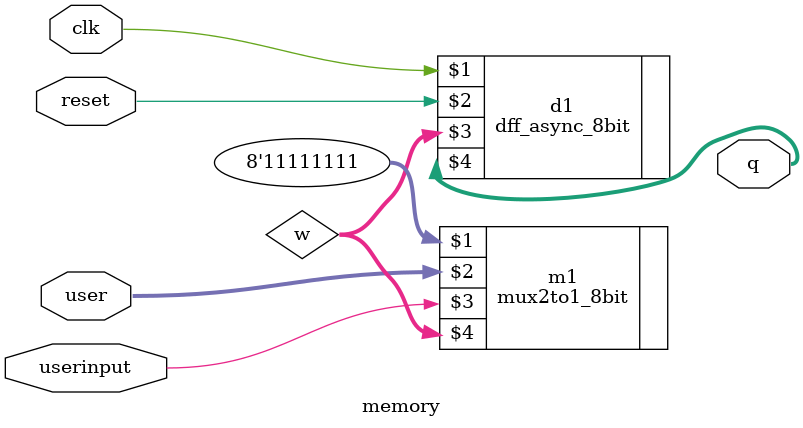
<source format=v>
`include "dff_8bit.v"
`include "mux2_1.v"
module memory (input clk,input reset,input [7:0] user,input userinput,output wire [7:0] q);
    // WRITE YOUR CODE HERE

    wire [7:0]w;

    mux2to1_8bit m1(8'b11111111, user, userinput, w);
    dff_async_8bit d1(clk, reset, w, q);

endmodule
</source>
